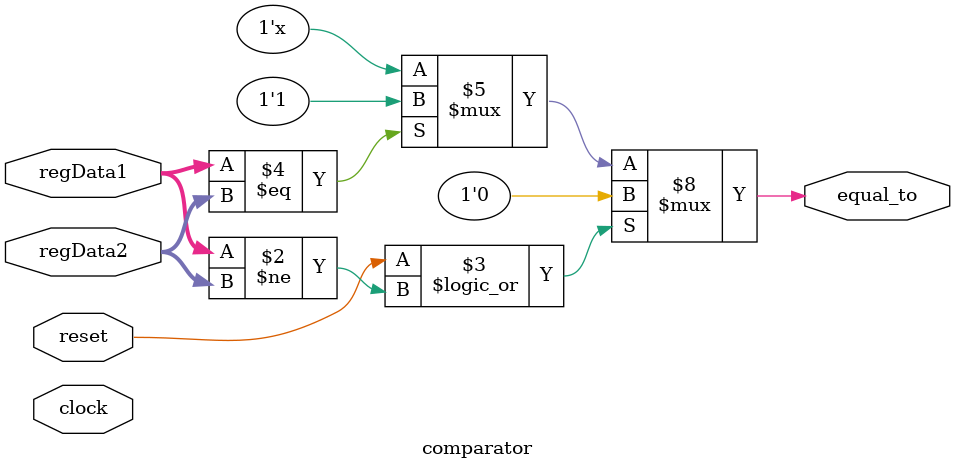
<source format=sv>
module branch_fwd_unit(
    input logic [5:0] if_id_rs1,
    input logic [5:0] if_id_rs2,

    input logic [5:0] id_ex_rd,
    input logic [5:0] ex_mem_rd,
    input logic [5:0] mem_wb_rd,

    input logic control_branch,

    input logic id_ex_regWrite,
    input logic ex_mem_regWrite,
    input logic mem_wb_regWrite,

    output logic [1:0] fwd_c_sel,
    output logic [1:0] fwd_d_sel
  );

  //fwd C
  always_comb 
      begin 
          //id ex fwd
          if((id_ex_rd != 0) && id_ex_rd == if_id_rs1 && id_ex_regWrite && control_branch)
              fwd_c_sel = 2'b01;

          // ex mem fwd
          else if((ex_mem_rd != 0) && ex_mem_rd == if_id_rs1 && ex_mem_regWrite && control_branch 
                  && !(id_ex_rd == if_id_rs1 && id_ex_regWrite))
              fwd_c_sel = 2'b10;

          //mem wb fwd
          else if((mem_wb_rd != 0) && mem_wb_rd == if_id_rs1 && mem_wb_regWrite && control_branch 
                  && !(id_ex_rd == if_id_rs1 && id_ex_regWrite) // make sure earlier stage not writing to same reg
                  && !(ex_mem_rd == if_id_rs1 && ex_mem_regWrite)) // make sure earlier stage not writing to same reg
              fwd_c_sel = 2'b11;

          //no fwd!
          else
              fwd_c_sel = '0;

      end

  //fwd D
  always_comb 
      begin 
          //id ex fwd
          if((id_ex_rd != 0) && id_ex_rd == if_id_rs2 && id_ex_regWrite && control_branch)
              fwd_d_sel = 2'b01;
  
          // ex mem fwd
          else if((ex_mem_rd != 0) && ex_mem_rd == if_id_rs2 && ex_mem_regWrite && control_branch 
                  && !(id_ex_rd == if_id_rs2 && id_ex_regWrite))
              fwd_d_sel = 2'b10;

          //mem wb fwd
          else if((mem_wb_rd != 0) && (mem_wb_rd == if_id_rs2) && mem_wb_regWrite && control_branch 
                  && !(id_ex_rd == if_id_rs2 && id_ex_regWrite) // make sure earlier stage not writing to same reg
                  && !(ex_mem_rd == if_id_rs2 && ex_mem_regWrite)) // make sure earlier stage not writing to same reg
              fwd_d_sel = 2'b11;

          //no fwd!
          else
              fwd_d_sel = '0;

      end


endmodule

module fwd_c_mux(
    input [31:0] readRegData1,
    input [31:0] EX_ALU_out,
    input [31:0] ex_mem_alu_out,
    input [31:0] mem_to_reg_out,

    input [1:0] fwd_c_sel,

    output [31:0] fwd_c_out

);


  assign fwd_c_out =  EX_ALU_out ? (fwd_c_sel == 2'b01):
                      ex_mem_alu_out ? (fwd_c_sel == 2'b10):
                      mem_to_reg_out ? (fwd_c_sel == 2'b11):
                      readRegData1;


endmodule

module fwd_d_mux(
    input [31:0] readRegData2,
    input [31:0] EX_ALU_out,
    input [31:0] ex_mem_alu_out,
    input [31:0] mem_to_reg_out,

    input [1:0] fwd_d_sel,

    output [31:0] fwd_d_out

);


	assign fwd_d_out = EX_ALU_out ? (fwd_d_sel == 2'b01):
                    	ex_mem_alu_out ? (fwd_d_sel == 2'b10):
      mem_to_reg_out ? (fwd_d_sel == 2'b11):
  readRegData2;


endmodule

module comparator(
    input logic [31:0] regData1,
    input logic [31:0] regData2,
	input reset,
  	input clock,
  
    output logic equal_to

);

  always_comb// @ (posedge clock)
    begin
      if(reset || (regData1 != regData2))
        equal_to <= '0;
      
      else if(regData1 == regData2)
      
        	equal_to <= 1'b1;
    end


endmodule

</source>
